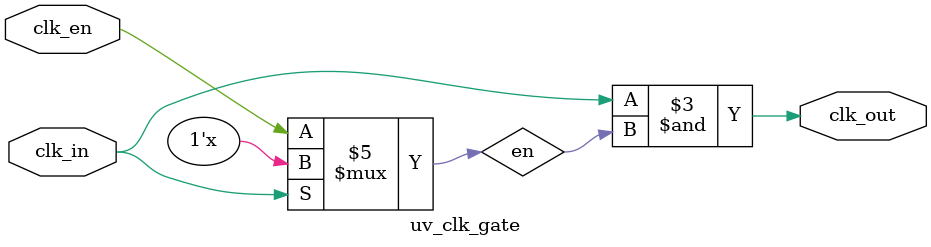
<source format=v>

`timescale 1ns / 1ps

module uv_clk_gate
(
    input                   clk_in,
    input                   clk_en,
    output                  clk_out
);

`ifdef ASIC

    // Cell instantiation for specific process.

`elsif FPGA

    // Bypass clock gating for FPGA.
    assign clk_out = clk_in;

`else // SIMULATION

    reg en;

    // Latch.
    always @(*) begin
        if (~clk_in) begin
            en = clk_en;
        end
    end

    assign clk_out = clk_in & en;

`endif

endmodule

</source>
